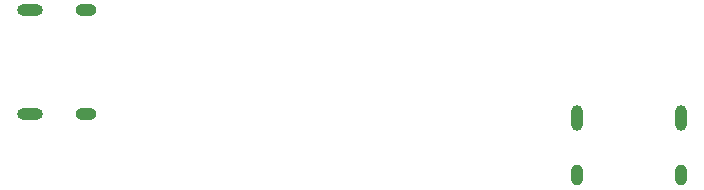
<source format=gbr>
%TF.GenerationSoftware,KiCad,Pcbnew,8.0.6*%
%TF.CreationDate,2025-04-07T23:29:29+03:00*%
%TF.ProjectId,USBC_90deg,55534243-5f39-4306-9465-672e6b696361,rev?*%
%TF.SameCoordinates,Original*%
%TF.FileFunction,Soldermask,Bot*%
%TF.FilePolarity,Negative*%
%FSLAX46Y46*%
G04 Gerber Fmt 4.6, Leading zero omitted, Abs format (unit mm)*
G04 Created by KiCad (PCBNEW 8.0.6) date 2025-04-07 23:29:29*
%MOMM*%
%LPD*%
G01*
G04 APERTURE LIST*
%ADD10O,1.000000X2.200000*%
%ADD11O,1.000000X1.800000*%
%ADD12O,2.200000X1.000000*%
%ADD13O,1.800000X1.000000*%
G04 APERTURE END LIST*
D10*
%TO.C,P1*%
X107600000Y-84030000D03*
D11*
X107600000Y-88830000D03*
D10*
X116400000Y-84030000D03*
D11*
X116400000Y-88830000D03*
%TD*%
D12*
%TO.C,P2*%
X61240000Y-83690000D03*
D13*
X66040000Y-83690000D03*
D12*
X61240000Y-74890000D03*
D13*
X66040000Y-74890000D03*
%TD*%
M02*

</source>
